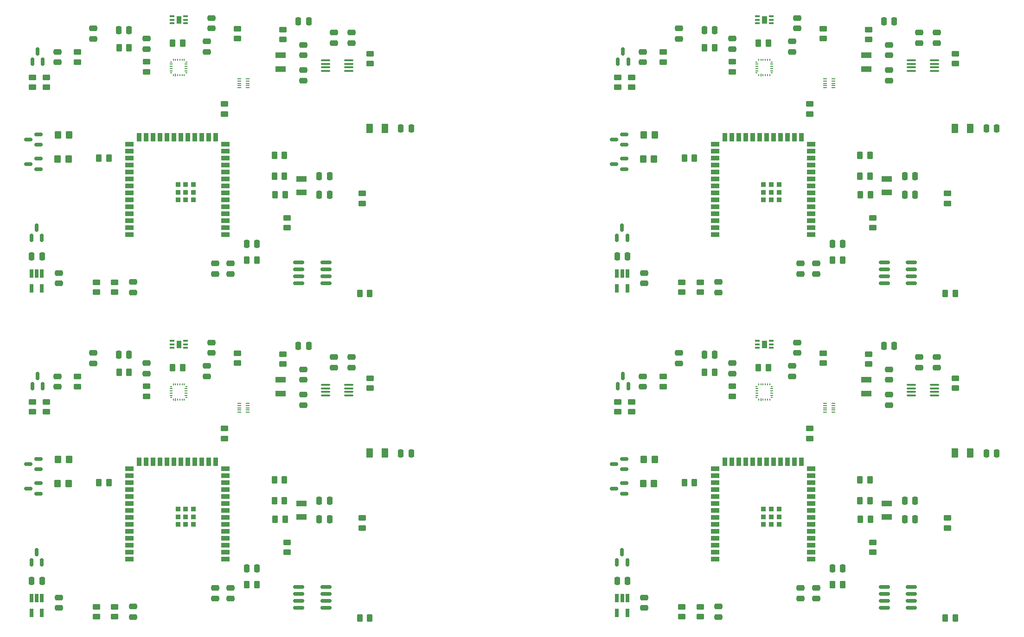
<source format=gbr>
%TF.GenerationSoftware,KiCad,Pcbnew,6.0.11-2627ca5db0~126~ubuntu20.04.1*%
%TF.CreationDate,2024-09-10T20:57:43-04:00*%
%TF.ProjectId,panel,70616e65-6c2e-46b6-9963-61645f706362,rev?*%
%TF.SameCoordinates,Original*%
%TF.FileFunction,Paste,Top*%
%TF.FilePolarity,Positive*%
%FSLAX46Y46*%
G04 Gerber Fmt 4.6, Leading zero omitted, Abs format (unit mm)*
G04 Created by KiCad (PCBNEW 6.0.11-2627ca5db0~126~ubuntu20.04.1) date 2024-09-10 20:57:43*
%MOMM*%
%LPD*%
G01*
G04 APERTURE LIST*
G04 Aperture macros list*
%AMRoundRect*
0 Rectangle with rounded corners*
0 $1 Rounding radius*
0 $2 $3 $4 $5 $6 $7 $8 $9 X,Y pos of 4 corners*
0 Add a 4 corners polygon primitive as box body*
4,1,4,$2,$3,$4,$5,$6,$7,$8,$9,$2,$3,0*
0 Add four circle primitives for the rounded corners*
1,1,$1+$1,$2,$3*
1,1,$1+$1,$4,$5*
1,1,$1+$1,$6,$7*
1,1,$1+$1,$8,$9*
0 Add four rect primitives between the rounded corners*
20,1,$1+$1,$2,$3,$4,$5,0*
20,1,$1+$1,$4,$5,$6,$7,0*
20,1,$1+$1,$6,$7,$8,$9,0*
20,1,$1+$1,$8,$9,$2,$3,0*%
G04 Aperture macros list end*
%ADD10C,0.010000*%
%ADD11RoundRect,0.250000X-0.250000X-0.475000X0.250000X-0.475000X0.250000X0.475000X-0.250000X0.475000X0*%
%ADD12R,0.765000X0.210000*%
%ADD13R,0.650000X1.560000*%
%ADD14RoundRect,0.250000X-0.450000X0.262500X-0.450000X-0.262500X0.450000X-0.262500X0.450000X0.262500X0*%
%ADD15RoundRect,0.250000X0.475000X-0.250000X0.475000X0.250000X-0.475000X0.250000X-0.475000X-0.250000X0*%
%ADD16RoundRect,0.250000X0.450000X-0.262500X0.450000X0.262500X-0.450000X0.262500X-0.450000X-0.262500X0*%
%ADD17RoundRect,0.250000X-0.475000X0.250000X-0.475000X-0.250000X0.475000X-0.250000X0.475000X0.250000X0*%
%ADD18RoundRect,0.250000X0.250000X0.475000X-0.250000X0.475000X-0.250000X-0.475000X0.250000X-0.475000X0*%
%ADD19R,1.900000X1.100000*%
%ADD20RoundRect,0.150000X-0.825000X-0.150000X0.825000X-0.150000X0.825000X0.150000X-0.825000X0.150000X0*%
%ADD21RoundRect,0.250000X-0.262500X-0.450000X0.262500X-0.450000X0.262500X0.450000X-0.262500X0.450000X0*%
%ADD22RoundRect,0.250000X0.350000X0.450000X-0.350000X0.450000X-0.350000X-0.450000X0.350000X-0.450000X0*%
%ADD23RoundRect,0.250000X0.375000X0.625000X-0.375000X0.625000X-0.375000X-0.625000X0.375000X-0.625000X0*%
%ADD24RoundRect,0.250000X0.262500X0.450000X-0.262500X0.450000X-0.262500X-0.450000X0.262500X-0.450000X0*%
%ADD25RoundRect,0.150000X0.150000X-0.587500X0.150000X0.587500X-0.150000X0.587500X-0.150000X-0.587500X0*%
%ADD26RoundRect,0.100000X-0.712500X-0.100000X0.712500X-0.100000X0.712500X0.100000X-0.712500X0.100000X0*%
%ADD27RoundRect,0.150000X0.587500X0.150000X-0.587500X0.150000X-0.587500X-0.150000X0.587500X-0.150000X0*%
%ADD28RoundRect,0.012800X-0.357200X-0.147200X0.357200X-0.147200X0.357200X0.147200X-0.357200X0.147200X0*%
%ADD29R,1.500000X0.900000*%
%ADD30R,0.900000X1.500000*%
%ADD31R,0.900000X0.900000*%
%ADD32R,0.254000X0.330200*%
%ADD33R,0.254000X0.508000*%
%ADD34R,0.254000X0.355600*%
%ADD35R,0.431800X0.254000*%
%ADD36R,0.508000X0.254000*%
G04 APERTURE END LIST*
%TO.C,U3*%
G36*
X60856350Y-10460000D02*
G01*
X60036350Y-10460000D01*
X60036350Y-9200000D01*
X60856350Y-9200000D01*
X60856350Y-10460000D01*
G37*
D10*
X60856350Y-10460000D02*
X60036350Y-10460000D01*
X60036350Y-9200000D01*
X60856350Y-9200000D01*
X60856350Y-10460000D01*
G36*
X167748950Y-10460000D02*
G01*
X166928950Y-10460000D01*
X166928950Y-9200000D01*
X167748950Y-9200000D01*
X167748950Y-10460000D01*
G37*
X167748950Y-10460000D02*
X166928950Y-10460000D01*
X166928950Y-9200000D01*
X167748950Y-9200000D01*
X167748950Y-10460000D01*
G36*
X167748950Y-69727600D02*
G01*
X166928950Y-69727600D01*
X166928950Y-68467600D01*
X167748950Y-68467600D01*
X167748950Y-69727600D01*
G37*
X167748950Y-69727600D02*
X166928950Y-69727600D01*
X166928950Y-68467600D01*
X167748950Y-68467600D01*
X167748950Y-69727600D01*
G36*
X60856350Y-69727600D02*
G01*
X60036350Y-69727600D01*
X60036350Y-68467600D01*
X60856350Y-68467600D01*
X60856350Y-69727600D01*
G37*
X60856350Y-69727600D02*
X60036350Y-69727600D01*
X60036350Y-68467600D01*
X60856350Y-68467600D01*
X60856350Y-69727600D01*
%TD*%
D11*
%TO.C,C20*%
X82270700Y-10090000D03*
X84170700Y-10090000D03*
%TD*%
D12*
%TO.C,U9*%
X71532700Y-20640000D03*
X71532700Y-21040000D03*
X71532700Y-21440000D03*
X71532700Y-21840000D03*
X71532700Y-22240000D03*
X73068700Y-22240000D03*
X73068700Y-21840000D03*
X73068700Y-21440000D03*
X73068700Y-21040000D03*
X73068700Y-20640000D03*
%TD*%
D13*
%TO.C,U1*%
X142353300Y-56220000D03*
X141403300Y-56220000D03*
X140453300Y-56220000D03*
X140453300Y-58920000D03*
X142353300Y-58920000D03*
%TD*%
D14*
%TO.C,R18*%
X54590700Y-76785100D03*
X54590700Y-78610100D03*
%TD*%
D15*
%TO.C,C10*%
X145443300Y-57990000D03*
X145443300Y-56090000D03*
%TD*%
%TO.C,C17*%
X44863200Y-13317500D03*
X44863200Y-11417500D03*
%TD*%
D16*
%TO.C,R16*%
X71170700Y-13272500D03*
X71170700Y-11447500D03*
%TD*%
D17*
%TO.C,C4*%
X173973300Y-54330000D03*
X173973300Y-56230000D03*
%TD*%
D18*
%TO.C,C5*%
X209783300Y-88987600D03*
X207883300Y-88987600D03*
%TD*%
D19*
%TO.C,Y2*%
X79060700Y-78082600D03*
X79060700Y-75582600D03*
%TD*%
D16*
%TO.C,R20*%
X186383300Y-13432500D03*
X186383300Y-11607500D03*
%TD*%
%TO.C,R10*%
X152303300Y-59582500D03*
X152303300Y-57757500D03*
%TD*%
D17*
%TO.C,C4*%
X173973300Y-113597600D03*
X173973300Y-115497600D03*
%TD*%
%TO.C,C8*%
X195633300Y-12190000D03*
X195633300Y-14090000D03*
%TD*%
%TO.C,C18*%
X172453300Y-13790000D03*
X172453300Y-15690000D03*
%TD*%
D13*
%TO.C,U1*%
X35460700Y-56220000D03*
X34510700Y-56220000D03*
X33560700Y-56220000D03*
X33560700Y-58920000D03*
X35460700Y-58920000D03*
%TD*%
D14*
%TO.C,R18*%
X161483300Y-17517500D03*
X161483300Y-19342500D03*
%TD*%
D18*
%TO.C,C9*%
X35490700Y-112297600D03*
X33590700Y-112297600D03*
%TD*%
D17*
%TO.C,C4*%
X67080700Y-54330000D03*
X67080700Y-56230000D03*
%TD*%
D16*
%TO.C,R19*%
X175653300Y-86320100D03*
X175653300Y-84495100D03*
%TD*%
D20*
%TO.C,U8*%
X82370700Y-113427600D03*
X82370700Y-114697600D03*
X82370700Y-115967600D03*
X82370700Y-117237600D03*
X87320700Y-117237600D03*
X87320700Y-115967600D03*
X87320700Y-114697600D03*
X87320700Y-113427600D03*
%TD*%
D18*
%TO.C,C2*%
X194863300Y-97707600D03*
X192963300Y-97707600D03*
%TD*%
D14*
%TO.C,R14*%
X155638300Y-57757500D03*
X155638300Y-59582500D03*
%TD*%
D17*
%TO.C,C18*%
X65560700Y-73057600D03*
X65560700Y-74957600D03*
%TD*%
D21*
%TO.C,R17*%
X156430800Y-14927500D03*
X158255800Y-14927500D03*
%TD*%
D22*
%TO.C,R22*%
X147323300Y-90157600D03*
X145323300Y-90157600D03*
%TD*%
D17*
%TO.C,C6*%
X69930700Y-113597600D03*
X69930700Y-115497600D03*
%TD*%
D21*
%TO.C,R4*%
X77930700Y-34610000D03*
X79755700Y-34610000D03*
%TD*%
D15*
%TO.C,C17*%
X151755800Y-13317500D03*
X151755800Y-11417500D03*
%TD*%
D23*
%TO.C,F1*%
X98080700Y-29650000D03*
X95280700Y-29650000D03*
%TD*%
D18*
%TO.C,C2*%
X87970700Y-97707600D03*
X86070700Y-97707600D03*
%TD*%
%TO.C,C12*%
X51390700Y-11727500D03*
X49490700Y-11727500D03*
%TD*%
D16*
%TO.C,R13*%
X140603300Y-22152500D03*
X140603300Y-20327500D03*
%TD*%
D18*
%TO.C,C12*%
X51390700Y-70995100D03*
X49490700Y-70995100D03*
%TD*%
D21*
%TO.C,R4*%
X184823300Y-34610000D03*
X186648300Y-34610000D03*
%TD*%
D17*
%TO.C,C14*%
X91960700Y-71457600D03*
X91960700Y-73357600D03*
%TD*%
D24*
%TO.C,R15*%
X61173200Y-73387600D03*
X59348200Y-73387600D03*
%TD*%
D25*
%TO.C,Q2*%
X33710700Y-76782600D03*
X35610700Y-76782600D03*
X34660700Y-74907600D03*
%TD*%
D26*
%TO.C,U5*%
X87288200Y-76492600D03*
X87288200Y-77142600D03*
X87288200Y-77792600D03*
X87288200Y-78442600D03*
X91513200Y-78442600D03*
X91513200Y-77792600D03*
X91513200Y-77142600D03*
X91513200Y-76492600D03*
%TD*%
%TO.C,U5*%
X194180800Y-17225000D03*
X194180800Y-17875000D03*
X194180800Y-18525000D03*
X194180800Y-19175000D03*
X198405800Y-19175000D03*
X198405800Y-18525000D03*
X198405800Y-17875000D03*
X198405800Y-17225000D03*
%TD*%
D25*
%TO.C,Q2*%
X33710700Y-17515000D03*
X35610700Y-17515000D03*
X34660700Y-15640000D03*
%TD*%
D16*
%TO.C,R20*%
X79490700Y-13432500D03*
X79490700Y-11607500D03*
%TD*%
D14*
%TO.C,R11*%
X148853300Y-15715000D03*
X148853300Y-17540000D03*
%TD*%
%TO.C,R11*%
X148853300Y-74982600D03*
X148853300Y-76807600D03*
%TD*%
D16*
%TO.C,R19*%
X68760700Y-27052500D03*
X68760700Y-25227500D03*
%TD*%
D27*
%TO.C,Q3*%
X141770800Y-91927600D03*
X141770800Y-90027600D03*
X139895800Y-90977600D03*
%TD*%
D25*
%TO.C,Q1*%
X140443300Y-108955100D03*
X142343300Y-108955100D03*
X141393300Y-107080100D03*
%TD*%
D24*
%TO.C,R15*%
X168065800Y-73387600D03*
X166240800Y-73387600D03*
%TD*%
D16*
%TO.C,R13*%
X140603300Y-81420100D03*
X140603300Y-79595100D03*
%TD*%
D21*
%TO.C,R9*%
X152740800Y-35110000D03*
X154565800Y-35110000D03*
%TD*%
D11*
%TO.C,C20*%
X189163300Y-10090000D03*
X191063300Y-10090000D03*
%TD*%
D17*
%TO.C,C4*%
X67080700Y-113597600D03*
X67080700Y-115497600D03*
%TD*%
D16*
%TO.C,R8*%
X202263300Y-77130100D03*
X202263300Y-75305100D03*
%TD*%
D21*
%TO.C,R3*%
X77930700Y-38440000D03*
X79755700Y-38440000D03*
%TD*%
D28*
%TO.C,U3*%
X59201350Y-9180000D03*
X59201350Y-9830000D03*
X59201350Y-10480000D03*
X61691350Y-10480000D03*
X61691350Y-9830000D03*
X61691350Y-9180000D03*
%TD*%
D21*
%TO.C,R3*%
X184823300Y-38440000D03*
X186648300Y-38440000D03*
%TD*%
D27*
%TO.C,Q4*%
X34878200Y-96377600D03*
X34878200Y-94477600D03*
X33003200Y-95427600D03*
%TD*%
D15*
%TO.C,C13*%
X190103300Y-20950000D03*
X190103300Y-19050000D03*
%TD*%
D22*
%TO.C,R22*%
X40430700Y-90157600D03*
X38430700Y-90157600D03*
%TD*%
D27*
%TO.C,Q3*%
X34878200Y-91927600D03*
X34878200Y-90027600D03*
X33003200Y-90977600D03*
%TD*%
D24*
%TO.C,R6*%
X202215800Y-119087600D03*
X200390800Y-119087600D03*
%TD*%
D17*
%TO.C,C7*%
X190093300Y-73667600D03*
X190093300Y-75567600D03*
%TD*%
D18*
%TO.C,C12*%
X158283300Y-70995100D03*
X156383300Y-70995100D03*
%TD*%
D21*
%TO.C,R17*%
X49538200Y-74195100D03*
X51363200Y-74195100D03*
%TD*%
D16*
%TO.C,R20*%
X186383300Y-72700100D03*
X186383300Y-70875100D03*
%TD*%
%TO.C,R5*%
X200793300Y-102652600D03*
X200793300Y-100827600D03*
%TD*%
%TO.C,R16*%
X71170700Y-72540100D03*
X71170700Y-70715100D03*
%TD*%
D21*
%TO.C,R17*%
X49538200Y-14927500D03*
X51363200Y-14927500D03*
%TD*%
%TO.C,R1*%
X179790800Y-53690000D03*
X181615800Y-53690000D03*
%TD*%
D19*
%TO.C,Y2*%
X79060700Y-18815000D03*
X79060700Y-16315000D03*
%TD*%
D26*
%TO.C,U5*%
X87288200Y-17225000D03*
X87288200Y-17875000D03*
X87288200Y-18525000D03*
X87288200Y-19175000D03*
X91513200Y-19175000D03*
X91513200Y-18525000D03*
X91513200Y-17875000D03*
X91513200Y-17225000D03*
%TD*%
D16*
%TO.C,R13*%
X33710700Y-22152500D03*
X33710700Y-20327500D03*
%TD*%
D22*
%TO.C,R22*%
X147323300Y-30890000D03*
X145323300Y-30890000D03*
%TD*%
D19*
%TO.C,Y1*%
X189713300Y-38895000D03*
X189713300Y-41395000D03*
%TD*%
D18*
%TO.C,C9*%
X35490700Y-53030000D03*
X33590700Y-53030000D03*
%TD*%
D16*
%TO.C,R16*%
X178063300Y-13272500D03*
X178063300Y-11447500D03*
%TD*%
D15*
%TO.C,C10*%
X38550700Y-117257600D03*
X38550700Y-115357600D03*
%TD*%
D17*
%TO.C,C7*%
X83200700Y-73667600D03*
X83200700Y-75567600D03*
%TD*%
D15*
%TO.C,C17*%
X151755800Y-72585100D03*
X151755800Y-70685100D03*
%TD*%
D27*
%TO.C,Q3*%
X141770800Y-32660000D03*
X141770800Y-30760000D03*
X139895800Y-31710000D03*
%TD*%
D16*
%TO.C,R5*%
X200793300Y-43385000D03*
X200793300Y-41560000D03*
%TD*%
D25*
%TO.C,Q2*%
X140603300Y-76782600D03*
X142503300Y-76782600D03*
X141553300Y-74907600D03*
%TD*%
D12*
%TO.C,U9*%
X71532700Y-79907600D03*
X71532700Y-80307600D03*
X71532700Y-80707600D03*
X71532700Y-81107600D03*
X71532700Y-81507600D03*
X73068700Y-81507600D03*
X73068700Y-81107600D03*
X73068700Y-80707600D03*
X73068700Y-80307600D03*
X73068700Y-79907600D03*
%TD*%
D21*
%TO.C,R4*%
X77930700Y-93877600D03*
X79755700Y-93877600D03*
%TD*%
D14*
%TO.C,R7*%
X80230700Y-105247600D03*
X80230700Y-107072600D03*
%TD*%
D15*
%TO.C,C10*%
X38550700Y-57990000D03*
X38550700Y-56090000D03*
%TD*%
D18*
%TO.C,C1*%
X87970700Y-41770000D03*
X86070700Y-41770000D03*
%TD*%
D19*
%TO.C,Y1*%
X82820700Y-38895000D03*
X82820700Y-41395000D03*
%TD*%
D17*
%TO.C,C15*%
X145203300Y-74945100D03*
X145203300Y-76845100D03*
%TD*%
D15*
%TO.C,C16*%
X54590700Y-74437600D03*
X54590700Y-72537600D03*
%TD*%
D24*
%TO.C,R15*%
X168065800Y-14120000D03*
X166240800Y-14120000D03*
%TD*%
D27*
%TO.C,Q3*%
X34878200Y-32660000D03*
X34878200Y-30760000D03*
X33003200Y-31710000D03*
%TD*%
D17*
%TO.C,C7*%
X190093300Y-14400000D03*
X190093300Y-16300000D03*
%TD*%
%TO.C,C6*%
X176823300Y-113597600D03*
X176823300Y-115497600D03*
%TD*%
D16*
%TO.C,R5*%
X93900700Y-102652600D03*
X93900700Y-100827600D03*
%TD*%
D14*
%TO.C,R12*%
X143153300Y-79595100D03*
X143153300Y-81420100D03*
%TD*%
D28*
%TO.C,U3*%
X166093950Y-9180000D03*
X166093950Y-9830000D03*
X166093950Y-10480000D03*
X168583950Y-10480000D03*
X168583950Y-9830000D03*
X168583950Y-9180000D03*
%TD*%
D14*
%TO.C,R14*%
X48745700Y-117025100D03*
X48745700Y-118850100D03*
%TD*%
D27*
%TO.C,Q4*%
X141770800Y-37110000D03*
X141770800Y-35210000D03*
X139895800Y-36160000D03*
%TD*%
D14*
%TO.C,R18*%
X54590700Y-17517500D03*
X54590700Y-19342500D03*
%TD*%
D18*
%TO.C,C5*%
X102890700Y-29720000D03*
X100990700Y-29720000D03*
%TD*%
D17*
%TO.C,C19*%
X159003300Y-116987600D03*
X159003300Y-118887600D03*
%TD*%
%TO.C,C8*%
X88740700Y-71457600D03*
X88740700Y-73357600D03*
%TD*%
D27*
%TO.C,Q4*%
X141770800Y-96377600D03*
X141770800Y-94477600D03*
X139895800Y-95427600D03*
%TD*%
D15*
%TO.C,C13*%
X190103300Y-80217600D03*
X190103300Y-78317600D03*
%TD*%
D16*
%TO.C,R8*%
X202263300Y-17862500D03*
X202263300Y-16037500D03*
%TD*%
D17*
%TO.C,C19*%
X159003300Y-57720000D03*
X159003300Y-59620000D03*
%TD*%
%TO.C,C14*%
X198853300Y-12190000D03*
X198853300Y-14090000D03*
%TD*%
D25*
%TO.C,Q1*%
X33550700Y-108955100D03*
X35450700Y-108955100D03*
X34500700Y-107080100D03*
%TD*%
D29*
%TO.C,U2*%
X68970700Y-108337600D03*
X68970700Y-107067600D03*
X68970700Y-105797600D03*
X68970700Y-104527600D03*
X68970700Y-103257600D03*
X68970700Y-101987600D03*
X68970700Y-100717600D03*
X68970700Y-99447600D03*
X68970700Y-98177600D03*
X68970700Y-96907600D03*
X68970700Y-95637600D03*
X68970700Y-94367600D03*
X68970700Y-93097600D03*
X68970700Y-91827600D03*
D30*
X67205700Y-90577600D03*
X65935700Y-90577600D03*
X64665700Y-90577600D03*
X63395700Y-90577600D03*
X62125700Y-90577600D03*
X60855700Y-90577600D03*
X59585700Y-90577600D03*
X58315700Y-90577600D03*
X57045700Y-90577600D03*
X55775700Y-90577600D03*
X54505700Y-90577600D03*
X53235700Y-90577600D03*
D29*
X51470700Y-91827600D03*
X51470700Y-93097600D03*
X51470700Y-94367600D03*
X51470700Y-95637600D03*
X51470700Y-96907600D03*
X51470700Y-98177600D03*
X51470700Y-99447600D03*
X51470700Y-100717600D03*
X51470700Y-101987600D03*
X51470700Y-103257600D03*
X51470700Y-104527600D03*
X51470700Y-105797600D03*
X51470700Y-107067600D03*
X51470700Y-108337600D03*
D31*
X61720700Y-99217600D03*
X63120700Y-100617600D03*
X60320700Y-99217600D03*
X61720700Y-100617600D03*
X61720700Y-102017600D03*
X60320700Y-100617600D03*
X63120700Y-99217600D03*
X63120700Y-102017600D03*
X60320700Y-102017600D03*
%TD*%
D17*
%TO.C,C14*%
X198853300Y-71457600D03*
X198853300Y-73357600D03*
%TD*%
D15*
%TO.C,C11*%
X66440700Y-70667600D03*
X66440700Y-68767600D03*
%TD*%
D17*
%TO.C,C8*%
X195633300Y-71457600D03*
X195633300Y-73357600D03*
%TD*%
D16*
%TO.C,R5*%
X93900700Y-43385000D03*
X93900700Y-41560000D03*
%TD*%
%TO.C,R10*%
X45410700Y-118850100D03*
X45410700Y-117025100D03*
%TD*%
D32*
%TO.C,U4*%
X166343422Y-79247600D03*
D33*
X166724422Y-79171400D03*
D34*
X167130822Y-79247600D03*
X167537222Y-79247600D03*
X167943622Y-79247600D03*
D32*
X168324622Y-79247600D03*
D35*
X168731020Y-78815796D03*
D36*
X168680220Y-78434796D03*
X168680220Y-78028396D03*
X168680220Y-77621996D03*
X168680220Y-77215596D03*
D35*
X168731020Y-76834596D03*
D32*
X168324622Y-76402800D03*
D34*
X167943622Y-76402800D03*
X167537222Y-76402800D03*
X167130822Y-76402800D03*
X166724422Y-76402800D03*
D32*
X166343422Y-76402800D03*
D35*
X165937020Y-76834596D03*
D36*
X165987820Y-77215596D03*
X165987820Y-77621996D03*
X165987820Y-78028396D03*
X165987820Y-78434796D03*
D35*
X165937020Y-78815796D03*
%TD*%
D18*
%TO.C,C2*%
X87970700Y-38440000D03*
X86070700Y-38440000D03*
%TD*%
D22*
%TO.C,R21*%
X40320700Y-35230000D03*
X38320700Y-35230000D03*
%TD*%
D26*
%TO.C,U5*%
X194180800Y-76492600D03*
X194180800Y-77142600D03*
X194180800Y-77792600D03*
X194180800Y-78442600D03*
X198405800Y-78442600D03*
X198405800Y-77792600D03*
X198405800Y-77142600D03*
X198405800Y-76492600D03*
%TD*%
D13*
%TO.C,U1*%
X142353300Y-115487600D03*
X141403300Y-115487600D03*
X140453300Y-115487600D03*
X140453300Y-118187600D03*
X142353300Y-118187600D03*
%TD*%
D19*
%TO.C,Y2*%
X185953300Y-78082600D03*
X185953300Y-75582600D03*
%TD*%
D29*
%TO.C,U2*%
X175863300Y-108337600D03*
X175863300Y-107067600D03*
X175863300Y-105797600D03*
X175863300Y-104527600D03*
X175863300Y-103257600D03*
X175863300Y-101987600D03*
X175863300Y-100717600D03*
X175863300Y-99447600D03*
X175863300Y-98177600D03*
X175863300Y-96907600D03*
X175863300Y-95637600D03*
X175863300Y-94367600D03*
X175863300Y-93097600D03*
X175863300Y-91827600D03*
D30*
X174098300Y-90577600D03*
X172828300Y-90577600D03*
X171558300Y-90577600D03*
X170288300Y-90577600D03*
X169018300Y-90577600D03*
X167748300Y-90577600D03*
X166478300Y-90577600D03*
X165208300Y-90577600D03*
X163938300Y-90577600D03*
X162668300Y-90577600D03*
X161398300Y-90577600D03*
X160128300Y-90577600D03*
D29*
X158363300Y-91827600D03*
X158363300Y-93097600D03*
X158363300Y-94367600D03*
X158363300Y-95637600D03*
X158363300Y-96907600D03*
X158363300Y-98177600D03*
X158363300Y-99447600D03*
X158363300Y-100717600D03*
X158363300Y-101987600D03*
X158363300Y-103257600D03*
X158363300Y-104527600D03*
X158363300Y-105797600D03*
X158363300Y-107067600D03*
X158363300Y-108337600D03*
D31*
X168613300Y-99217600D03*
X170013300Y-99217600D03*
X168613300Y-100617600D03*
X170013300Y-102017600D03*
X167213300Y-100617600D03*
X167213300Y-102017600D03*
X168613300Y-102017600D03*
X167213300Y-99217600D03*
X170013300Y-100617600D03*
%TD*%
D21*
%TO.C,R2*%
X184913300Y-101037600D03*
X186738300Y-101037600D03*
%TD*%
D14*
%TO.C,R12*%
X143153300Y-20327500D03*
X143153300Y-22152500D03*
%TD*%
D28*
%TO.C,U3*%
X166093950Y-68447600D03*
X166093950Y-69097600D03*
X166093950Y-69747600D03*
X168583950Y-69747600D03*
X168583950Y-69097600D03*
X168583950Y-68447600D03*
%TD*%
D17*
%TO.C,C15*%
X38310700Y-74945100D03*
X38310700Y-76845100D03*
%TD*%
D11*
%TO.C,C20*%
X82270700Y-69357600D03*
X84170700Y-69357600D03*
%TD*%
D16*
%TO.C,R10*%
X152303300Y-118850100D03*
X152303300Y-117025100D03*
%TD*%
D19*
%TO.C,Y2*%
X185953300Y-18815000D03*
X185953300Y-16315000D03*
%TD*%
D21*
%TO.C,R9*%
X45848200Y-35110000D03*
X47673200Y-35110000D03*
%TD*%
D16*
%TO.C,R19*%
X175653300Y-27052500D03*
X175653300Y-25227500D03*
%TD*%
D18*
%TO.C,C1*%
X87970700Y-101037600D03*
X86070700Y-101037600D03*
%TD*%
D15*
%TO.C,C11*%
X173333300Y-11400000D03*
X173333300Y-9500000D03*
%TD*%
D17*
%TO.C,C19*%
X52110700Y-57720000D03*
X52110700Y-59620000D03*
%TD*%
D21*
%TO.C,R4*%
X184823300Y-93877600D03*
X186648300Y-93877600D03*
%TD*%
D19*
%TO.C,Y1*%
X189713300Y-98162600D03*
X189713300Y-100662600D03*
%TD*%
D17*
%TO.C,C15*%
X145203300Y-15677500D03*
X145203300Y-17577500D03*
%TD*%
D32*
%TO.C,U4*%
X166343422Y-19980000D03*
D33*
X166724422Y-19903800D03*
D34*
X167130822Y-19980000D03*
X167537222Y-19980000D03*
X167943622Y-19980000D03*
D32*
X168324622Y-19980000D03*
D35*
X168731020Y-19548196D03*
D36*
X168680220Y-19167196D03*
X168680220Y-18760796D03*
X168680220Y-18354396D03*
X168680220Y-17947996D03*
D35*
X168731020Y-17566996D03*
D32*
X168324622Y-17135200D03*
D34*
X167943622Y-17135200D03*
X167537222Y-17135200D03*
X167130822Y-17135200D03*
X166724422Y-17135200D03*
D32*
X166343422Y-17135200D03*
D35*
X165937020Y-17566996D03*
D36*
X165987820Y-17947996D03*
X165987820Y-18354396D03*
X165987820Y-18760796D03*
X165987820Y-19167196D03*
D35*
X165937020Y-19548196D03*
%TD*%
D14*
%TO.C,R7*%
X187123300Y-45980000D03*
X187123300Y-47805000D03*
%TD*%
D16*
%TO.C,R8*%
X95370700Y-17862500D03*
X95370700Y-16037500D03*
%TD*%
D20*
%TO.C,U8*%
X189263300Y-113427600D03*
X189263300Y-114697600D03*
X189263300Y-115967600D03*
X189263300Y-117237600D03*
X194213300Y-117237600D03*
X194213300Y-115967600D03*
X194213300Y-114697600D03*
X194213300Y-113427600D03*
%TD*%
D22*
%TO.C,R22*%
X40430700Y-30890000D03*
X38430700Y-30890000D03*
%TD*%
D14*
%TO.C,R12*%
X36260700Y-79595100D03*
X36260700Y-81420100D03*
%TD*%
D18*
%TO.C,C2*%
X194863300Y-38440000D03*
X192963300Y-38440000D03*
%TD*%
D16*
%TO.C,R19*%
X68760700Y-86320100D03*
X68760700Y-84495100D03*
%TD*%
D17*
%TO.C,C6*%
X176823300Y-54330000D03*
X176823300Y-56230000D03*
%TD*%
D11*
%TO.C,C20*%
X189163300Y-69357600D03*
X191063300Y-69357600D03*
%TD*%
D28*
%TO.C,U3*%
X59201350Y-68447600D03*
X59201350Y-69097600D03*
X59201350Y-69747600D03*
X61691350Y-69747600D03*
X61691350Y-69097600D03*
X61691350Y-68447600D03*
%TD*%
D20*
%TO.C,U8*%
X82370700Y-54160000D03*
X82370700Y-55430000D03*
X82370700Y-56700000D03*
X82370700Y-57970000D03*
X87320700Y-57970000D03*
X87320700Y-56700000D03*
X87320700Y-55430000D03*
X87320700Y-54160000D03*
%TD*%
D21*
%TO.C,R1*%
X72898200Y-112957600D03*
X74723200Y-112957600D03*
%TD*%
D23*
%TO.C,F1*%
X204973300Y-88917600D03*
X202173300Y-88917600D03*
%TD*%
D21*
%TO.C,R3*%
X184823300Y-97707600D03*
X186648300Y-97707600D03*
%TD*%
D22*
%TO.C,R21*%
X147213300Y-35230000D03*
X145213300Y-35230000D03*
%TD*%
D19*
%TO.C,Y1*%
X82820700Y-98162600D03*
X82820700Y-100662600D03*
%TD*%
D15*
%TO.C,C16*%
X54590700Y-15170000D03*
X54590700Y-13270000D03*
%TD*%
D16*
%TO.C,R8*%
X95370700Y-77130100D03*
X95370700Y-75305100D03*
%TD*%
D18*
%TO.C,C9*%
X142383300Y-53030000D03*
X140483300Y-53030000D03*
%TD*%
D11*
%TO.C,C3*%
X72860700Y-50750000D03*
X74760700Y-50750000D03*
%TD*%
D21*
%TO.C,R2*%
X78020700Y-101037600D03*
X79845700Y-101037600D03*
%TD*%
D23*
%TO.C,F1*%
X98080700Y-88917600D03*
X95280700Y-88917600D03*
%TD*%
D22*
%TO.C,R21*%
X40320700Y-94497600D03*
X38320700Y-94497600D03*
%TD*%
D21*
%TO.C,R3*%
X77930700Y-97707600D03*
X79755700Y-97707600D03*
%TD*%
D15*
%TO.C,C13*%
X83210700Y-20950000D03*
X83210700Y-19050000D03*
%TD*%
D29*
%TO.C,U2*%
X68970700Y-49070000D03*
X68970700Y-47800000D03*
X68970700Y-46530000D03*
X68970700Y-45260000D03*
X68970700Y-43990000D03*
X68970700Y-42720000D03*
X68970700Y-41450000D03*
X68970700Y-40180000D03*
X68970700Y-38910000D03*
X68970700Y-37640000D03*
X68970700Y-36370000D03*
X68970700Y-35100000D03*
X68970700Y-33830000D03*
X68970700Y-32560000D03*
D30*
X67205700Y-31310000D03*
X65935700Y-31310000D03*
X64665700Y-31310000D03*
X63395700Y-31310000D03*
X62125700Y-31310000D03*
X60855700Y-31310000D03*
X59585700Y-31310000D03*
X58315700Y-31310000D03*
X57045700Y-31310000D03*
X55775700Y-31310000D03*
X54505700Y-31310000D03*
X53235700Y-31310000D03*
D29*
X51470700Y-32560000D03*
X51470700Y-33830000D03*
X51470700Y-35100000D03*
X51470700Y-36370000D03*
X51470700Y-37640000D03*
X51470700Y-38910000D03*
X51470700Y-40180000D03*
X51470700Y-41450000D03*
X51470700Y-42720000D03*
X51470700Y-43990000D03*
X51470700Y-45260000D03*
X51470700Y-46530000D03*
X51470700Y-47800000D03*
X51470700Y-49070000D03*
D31*
X63120700Y-41350000D03*
X60320700Y-42750000D03*
X61720700Y-41350000D03*
X60320700Y-41350000D03*
X63120700Y-42750000D03*
X61720700Y-42750000D03*
X63120700Y-39950000D03*
X61720700Y-39950000D03*
X60320700Y-39950000D03*
%TD*%
D17*
%TO.C,C6*%
X69930700Y-54330000D03*
X69930700Y-56230000D03*
%TD*%
D22*
%TO.C,R21*%
X147213300Y-94497600D03*
X145213300Y-94497600D03*
%TD*%
D25*
%TO.C,Q1*%
X140443300Y-49687500D03*
X142343300Y-49687500D03*
X141393300Y-47812500D03*
%TD*%
D14*
%TO.C,R12*%
X36260700Y-20327500D03*
X36260700Y-22152500D03*
%TD*%
%TO.C,R14*%
X155638300Y-117025100D03*
X155638300Y-118850100D03*
%TD*%
D18*
%TO.C,C1*%
X194863300Y-101037600D03*
X192963300Y-101037600D03*
%TD*%
D32*
%TO.C,U4*%
X59450822Y-19980000D03*
D33*
X59831822Y-19903800D03*
D34*
X60238222Y-19980000D03*
X60644622Y-19980000D03*
X61051022Y-19980000D03*
D32*
X61432022Y-19980000D03*
D35*
X61838420Y-19548196D03*
D36*
X61787620Y-19167196D03*
X61787620Y-18760796D03*
X61787620Y-18354396D03*
X61787620Y-17947996D03*
D35*
X61838420Y-17566996D03*
D32*
X61432022Y-17135200D03*
D34*
X61051022Y-17135200D03*
X60644622Y-17135200D03*
X60238222Y-17135200D03*
X59831822Y-17135200D03*
D32*
X59450822Y-17135200D03*
D35*
X59044420Y-17566996D03*
D36*
X59095220Y-17947996D03*
X59095220Y-18354396D03*
X59095220Y-18760796D03*
X59095220Y-19167196D03*
D35*
X59044420Y-19548196D03*
%TD*%
D21*
%TO.C,R17*%
X156430800Y-74195100D03*
X158255800Y-74195100D03*
%TD*%
D23*
%TO.C,F1*%
X204973300Y-29650000D03*
X202173300Y-29650000D03*
%TD*%
D15*
%TO.C,C16*%
X161483300Y-15170000D03*
X161483300Y-13270000D03*
%TD*%
D17*
%TO.C,C8*%
X88740700Y-12190000D03*
X88740700Y-14090000D03*
%TD*%
D20*
%TO.C,U8*%
X189263300Y-54160000D03*
X189263300Y-55430000D03*
X189263300Y-56700000D03*
X189263300Y-57970000D03*
X194213300Y-57970000D03*
X194213300Y-56700000D03*
X194213300Y-55430000D03*
X194213300Y-54160000D03*
%TD*%
D24*
%TO.C,R6*%
X95323200Y-59820000D03*
X93498200Y-59820000D03*
%TD*%
D15*
%TO.C,C17*%
X44863200Y-72585100D03*
X44863200Y-70685100D03*
%TD*%
D24*
%TO.C,R15*%
X61173200Y-14120000D03*
X59348200Y-14120000D03*
%TD*%
D21*
%TO.C,R2*%
X184913300Y-41770000D03*
X186738300Y-41770000D03*
%TD*%
D18*
%TO.C,C5*%
X209783300Y-29720000D03*
X207883300Y-29720000D03*
%TD*%
D32*
%TO.C,U4*%
X59450822Y-79247600D03*
D33*
X59831822Y-79171400D03*
D34*
X60238222Y-79247600D03*
X60644622Y-79247600D03*
X61051022Y-79247600D03*
D32*
X61432022Y-79247600D03*
D35*
X61838420Y-78815796D03*
D36*
X61787620Y-78434796D03*
X61787620Y-78028396D03*
X61787620Y-77621996D03*
X61787620Y-77215596D03*
D35*
X61838420Y-76834596D03*
D32*
X61432022Y-76402800D03*
D34*
X61051022Y-76402800D03*
X60644622Y-76402800D03*
X60238222Y-76402800D03*
X59831822Y-76402800D03*
D32*
X59450822Y-76402800D03*
D35*
X59044420Y-76834596D03*
D36*
X59095220Y-77215596D03*
X59095220Y-77621996D03*
X59095220Y-78028396D03*
X59095220Y-78434796D03*
D35*
X59044420Y-78815796D03*
%TD*%
D16*
%TO.C,R10*%
X45410700Y-59582500D03*
X45410700Y-57757500D03*
%TD*%
D11*
%TO.C,C3*%
X179753300Y-110017600D03*
X181653300Y-110017600D03*
%TD*%
D15*
%TO.C,C13*%
X83210700Y-80217600D03*
X83210700Y-78317600D03*
%TD*%
%TO.C,C11*%
X173333300Y-70667600D03*
X173333300Y-68767600D03*
%TD*%
D14*
%TO.C,R7*%
X80230700Y-45980000D03*
X80230700Y-47805000D03*
%TD*%
D21*
%TO.C,R1*%
X179790800Y-112957600D03*
X181615800Y-112957600D03*
%TD*%
D15*
%TO.C,C10*%
X145443300Y-117257600D03*
X145443300Y-115357600D03*
%TD*%
D11*
%TO.C,C3*%
X179753300Y-50750000D03*
X181653300Y-50750000D03*
%TD*%
D24*
%TO.C,R6*%
X95323200Y-119087600D03*
X93498200Y-119087600D03*
%TD*%
D21*
%TO.C,R9*%
X152740800Y-94377600D03*
X154565800Y-94377600D03*
%TD*%
D15*
%TO.C,C16*%
X161483300Y-74437600D03*
X161483300Y-72537600D03*
%TD*%
D17*
%TO.C,C15*%
X38310700Y-15677500D03*
X38310700Y-17577500D03*
%TD*%
D18*
%TO.C,C1*%
X194863300Y-41770000D03*
X192963300Y-41770000D03*
%TD*%
D25*
%TO.C,Q1*%
X33550700Y-49687500D03*
X35450700Y-49687500D03*
X34500700Y-47812500D03*
%TD*%
D17*
%TO.C,C19*%
X52110700Y-116987600D03*
X52110700Y-118887600D03*
%TD*%
D14*
%TO.C,R7*%
X187123300Y-105247600D03*
X187123300Y-107072600D03*
%TD*%
%TO.C,R11*%
X41960700Y-15715000D03*
X41960700Y-17540000D03*
%TD*%
D13*
%TO.C,U1*%
X35460700Y-115487600D03*
X34510700Y-115487600D03*
X33560700Y-115487600D03*
X33560700Y-118187600D03*
X35460700Y-118187600D03*
%TD*%
D21*
%TO.C,R9*%
X45848200Y-94377600D03*
X47673200Y-94377600D03*
%TD*%
%TO.C,R2*%
X78020700Y-41770000D03*
X79845700Y-41770000D03*
%TD*%
D25*
%TO.C,Q2*%
X140603300Y-17515000D03*
X142503300Y-17515000D03*
X141553300Y-15640000D03*
%TD*%
D14*
%TO.C,R14*%
X48745700Y-57757500D03*
X48745700Y-59582500D03*
%TD*%
D11*
%TO.C,C3*%
X72860700Y-110017600D03*
X74760700Y-110017600D03*
%TD*%
D15*
%TO.C,C11*%
X66440700Y-11400000D03*
X66440700Y-9500000D03*
%TD*%
D21*
%TO.C,R1*%
X72898200Y-53690000D03*
X74723200Y-53690000D03*
%TD*%
D29*
%TO.C,U2*%
X175863300Y-49070000D03*
X175863300Y-47800000D03*
X175863300Y-46530000D03*
X175863300Y-45260000D03*
X175863300Y-43990000D03*
X175863300Y-42720000D03*
X175863300Y-41450000D03*
X175863300Y-40180000D03*
X175863300Y-38910000D03*
X175863300Y-37640000D03*
X175863300Y-36370000D03*
X175863300Y-35100000D03*
X175863300Y-33830000D03*
X175863300Y-32560000D03*
D30*
X174098300Y-31310000D03*
X172828300Y-31310000D03*
X171558300Y-31310000D03*
X170288300Y-31310000D03*
X169018300Y-31310000D03*
X167748300Y-31310000D03*
X166478300Y-31310000D03*
X165208300Y-31310000D03*
X163938300Y-31310000D03*
X162668300Y-31310000D03*
X161398300Y-31310000D03*
X160128300Y-31310000D03*
D29*
X158363300Y-32560000D03*
X158363300Y-33830000D03*
X158363300Y-35100000D03*
X158363300Y-36370000D03*
X158363300Y-37640000D03*
X158363300Y-38910000D03*
X158363300Y-40180000D03*
X158363300Y-41450000D03*
X158363300Y-42720000D03*
X158363300Y-43990000D03*
X158363300Y-45260000D03*
X158363300Y-46530000D03*
X158363300Y-47800000D03*
X158363300Y-49070000D03*
D31*
X168613300Y-42750000D03*
X170013300Y-39950000D03*
X170013300Y-41350000D03*
X167213300Y-42750000D03*
X167213300Y-41350000D03*
X167213300Y-39950000D03*
X168613300Y-39950000D03*
X168613300Y-41350000D03*
X170013300Y-42750000D03*
%TD*%
D12*
%TO.C,U9*%
X178425300Y-20640000D03*
X178425300Y-21040000D03*
X178425300Y-21440000D03*
X178425300Y-21840000D03*
X178425300Y-22240000D03*
X179961300Y-22240000D03*
X179961300Y-21840000D03*
X179961300Y-21440000D03*
X179961300Y-21040000D03*
X179961300Y-20640000D03*
%TD*%
D17*
%TO.C,C7*%
X83200700Y-14400000D03*
X83200700Y-16300000D03*
%TD*%
D16*
%TO.C,R20*%
X79490700Y-72700100D03*
X79490700Y-70875100D03*
%TD*%
D18*
%TO.C,C9*%
X142383300Y-112297600D03*
X140483300Y-112297600D03*
%TD*%
D24*
%TO.C,R6*%
X202215800Y-59820000D03*
X200390800Y-59820000D03*
%TD*%
D14*
%TO.C,R11*%
X41960700Y-74982600D03*
X41960700Y-76807600D03*
%TD*%
D16*
%TO.C,R16*%
X178063300Y-72540100D03*
X178063300Y-70715100D03*
%TD*%
D17*
%TO.C,C14*%
X91960700Y-12190000D03*
X91960700Y-14090000D03*
%TD*%
D18*
%TO.C,C5*%
X102890700Y-88987600D03*
X100990700Y-88987600D03*
%TD*%
%TO.C,C12*%
X158283300Y-11727500D03*
X156383300Y-11727500D03*
%TD*%
D16*
%TO.C,R13*%
X33710700Y-81420100D03*
X33710700Y-79595100D03*
%TD*%
D12*
%TO.C,U9*%
X178425300Y-79907600D03*
X178425300Y-80307600D03*
X178425300Y-80707600D03*
X178425300Y-81107600D03*
X178425300Y-81507600D03*
X179961300Y-81507600D03*
X179961300Y-81107600D03*
X179961300Y-80707600D03*
X179961300Y-80307600D03*
X179961300Y-79907600D03*
%TD*%
D14*
%TO.C,R18*%
X161483300Y-76785100D03*
X161483300Y-78610100D03*
%TD*%
D27*
%TO.C,Q4*%
X34878200Y-37110000D03*
X34878200Y-35210000D03*
X33003200Y-36160000D03*
%TD*%
D17*
%TO.C,C18*%
X172453300Y-73057600D03*
X172453300Y-74957600D03*
%TD*%
%TO.C,C18*%
X65560700Y-13790000D03*
X65560700Y-15690000D03*
%TD*%
M02*

</source>
